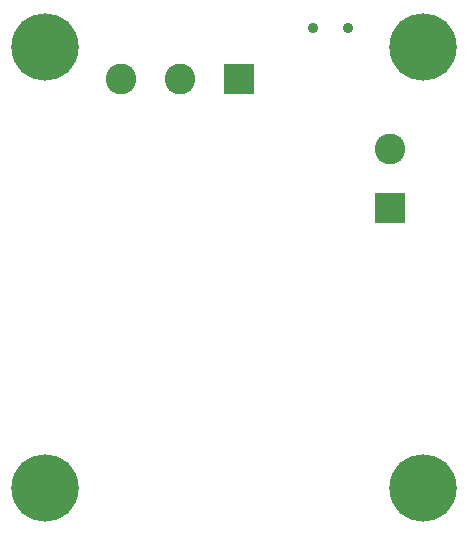
<source format=gbr>
%TF.GenerationSoftware,KiCad,Pcbnew,8.0.3-8.0.3-0~ubuntu22.04.1*%
%TF.CreationDate,2024-06-24T08:31:55-07:00*%
%TF.ProjectId,converter,636f6e76-6572-4746-9572-2e6b69636164,0.1*%
%TF.SameCoordinates,Original*%
%TF.FileFunction,Soldermask,Bot*%
%TF.FilePolarity,Negative*%
%FSLAX46Y46*%
G04 Gerber Fmt 4.6, Leading zero omitted, Abs format (unit mm)*
G04 Created by KiCad (PCBNEW 8.0.3-8.0.3-0~ubuntu22.04.1) date 2024-06-24 08:31:55*
%MOMM*%
%LPD*%
G01*
G04 APERTURE LIST*
%ADD10R,2.600000X2.600000*%
%ADD11C,2.600000*%
%ADD12C,3.600000*%
%ADD13C,5.700000*%
%ADD14C,0.900000*%
G04 APERTURE END LIST*
D10*
%TO.C,J2*%
X115570000Y-64222000D03*
D11*
X115570000Y-59222000D03*
%TD*%
D12*
%TO.C,H3*%
X86360000Y-50546000D03*
D13*
X86360000Y-50546000D03*
%TD*%
D12*
%TO.C,H2*%
X118364000Y-87884000D03*
D13*
X118364000Y-87884000D03*
%TD*%
D14*
%TO.C,SW1*%
X112026000Y-48946000D03*
X109026000Y-48946000D03*
%TD*%
D10*
%TO.C,J1*%
X102790000Y-53289000D03*
D11*
X97790000Y-53289000D03*
X92790000Y-53289000D03*
%TD*%
D12*
%TO.C,H4*%
X118364000Y-50546000D03*
D13*
X118364000Y-50546000D03*
%TD*%
D12*
%TO.C,H1*%
X86360000Y-87884000D03*
D13*
X86360000Y-87884000D03*
%TD*%
M02*

</source>
